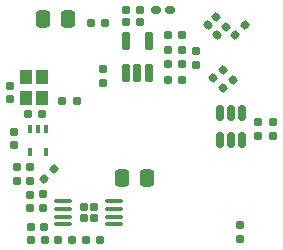
<source format=gbr>
%TF.GenerationSoftware,KiCad,Pcbnew,8.0.0*%
%TF.CreationDate,2024-03-24T11:45:01-04:00*%
%TF.ProjectId,sensor,73656e73-6f72-42e6-9b69-6361645f7063,rev?*%
%TF.SameCoordinates,Original*%
%TF.FileFunction,Paste,Top*%
%TF.FilePolarity,Positive*%
%FSLAX46Y46*%
G04 Gerber Fmt 4.6, Leading zero omitted, Abs format (unit mm)*
G04 Created by KiCad (PCBNEW 8.0.0) date 2024-03-24 11:45:01*
%MOMM*%
%LPD*%
G01*
G04 APERTURE LIST*
G04 Aperture macros list*
%AMRoundRect*
0 Rectangle with rounded corners*
0 $1 Rounding radius*
0 $2 $3 $4 $5 $6 $7 $8 $9 X,Y pos of 4 corners*
0 Add a 4 corners polygon primitive as box body*
4,1,4,$2,$3,$4,$5,$6,$7,$8,$9,$2,$3,0*
0 Add four circle primitives for the rounded corners*
1,1,$1+$1,$2,$3*
1,1,$1+$1,$4,$5*
1,1,$1+$1,$6,$7*
1,1,$1+$1,$8,$9*
0 Add four rect primitives between the rounded corners*
20,1,$1+$1,$2,$3,$4,$5,0*
20,1,$1+$1,$4,$5,$6,$7,0*
20,1,$1+$1,$6,$7,$8,$9,0*
20,1,$1+$1,$8,$9,$2,$3,0*%
G04 Aperture macros list end*
%ADD10RoundRect,0.160000X0.197500X0.160000X-0.197500X0.160000X-0.197500X-0.160000X0.197500X-0.160000X0*%
%ADD11RoundRect,0.160000X0.252791X-0.026517X-0.026517X0.252791X-0.252791X0.026517X0.026517X-0.252791X0*%
%ADD12RoundRect,0.155000X0.155000X-0.212500X0.155000X0.212500X-0.155000X0.212500X-0.155000X-0.212500X0*%
%ADD13R,1.000000X1.150000*%
%ADD14RoundRect,0.160000X-0.197500X-0.160000X0.197500X-0.160000X0.197500X0.160000X-0.197500X0.160000X0*%
%ADD15RoundRect,0.160000X0.026517X0.252791X-0.252791X-0.026517X-0.026517X-0.252791X0.252791X0.026517X0*%
%ADD16RoundRect,0.155000X-0.212500X-0.155000X0.212500X-0.155000X0.212500X0.155000X-0.212500X0.155000X0*%
%ADD17RoundRect,0.160000X0.160000X-0.197500X0.160000X0.197500X-0.160000X0.197500X-0.160000X-0.197500X0*%
%ADD18RoundRect,0.160000X-0.160000X0.197500X-0.160000X-0.197500X0.160000X-0.197500X0.160000X0.197500X0*%
%ADD19RoundRect,0.155000X-0.155000X0.212500X-0.155000X-0.212500X0.155000X-0.212500X0.155000X0.212500X0*%
%ADD20RoundRect,0.150000X-0.150000X0.512500X-0.150000X-0.512500X0.150000X-0.512500X0.150000X0.512500X0*%
%ADD21RoundRect,0.160000X0.222500X0.160000X-0.222500X0.160000X-0.222500X-0.160000X0.222500X-0.160000X0*%
%ADD22RoundRect,0.155000X0.259862X-0.040659X-0.040659X0.259862X-0.259862X0.040659X0.040659X-0.259862X0*%
%ADD23RoundRect,0.170000X-0.170000X-0.210000X0.170000X-0.210000X0.170000X0.210000X-0.170000X0.210000X0*%
%ADD24RoundRect,0.100000X-0.625000X-0.100000X0.625000X-0.100000X0.625000X0.100000X-0.625000X0.100000X0*%
%ADD25RoundRect,0.162500X0.162500X-0.617500X0.162500X0.617500X-0.162500X0.617500X-0.162500X-0.617500X0*%
%ADD26RoundRect,0.250000X0.337500X0.475000X-0.337500X0.475000X-0.337500X-0.475000X0.337500X-0.475000X0*%
%ADD27RoundRect,0.155000X0.212500X0.155000X-0.212500X0.155000X-0.212500X-0.155000X0.212500X-0.155000X0*%
%ADD28RoundRect,0.100000X-0.100000X0.225000X-0.100000X-0.225000X0.100000X-0.225000X0.100000X0.225000X0*%
%ADD29RoundRect,0.160000X-0.252791X0.026517X0.026517X-0.252791X0.252791X-0.026517X-0.026517X0.252791X0*%
G04 APERTURE END LIST*
D10*
%TO.C,R7*%
X93997500Y-66700000D03*
X92802500Y-66700000D03*
%TD*%
D11*
%TO.C,R16*%
X97722496Y-63522496D03*
X96877504Y-62677504D03*
%TD*%
D12*
%TO.C,C5*%
X95202500Y-66735000D03*
X95202500Y-65600000D03*
%TD*%
%TO.C,C6*%
X79800000Y-73535000D03*
X79800000Y-72400000D03*
%TD*%
D13*
%TO.C,X1*%
X80800000Y-67800000D03*
X80800000Y-69550000D03*
X82200000Y-69550000D03*
X82200000Y-67800000D03*
%TD*%
D14*
%TO.C,R17*%
X89305000Y-62100000D03*
X90500000Y-62100000D03*
%TD*%
%TO.C,R18*%
X83905000Y-69800000D03*
X85100000Y-69800000D03*
%TD*%
D15*
%TO.C,R15*%
X99322496Y-63377504D03*
X98477504Y-64222496D03*
%TD*%
D10*
%TO.C,R11*%
X84697500Y-81600000D03*
X83502500Y-81600000D03*
%TD*%
D16*
%TO.C,C1*%
X85932500Y-81600000D03*
X87067500Y-81600000D03*
%TD*%
D17*
%TO.C,R2*%
X82300000Y-78897500D03*
X82300000Y-77702500D03*
%TD*%
D18*
%TO.C,R1*%
X81200000Y-75402500D03*
X81200000Y-76597500D03*
%TD*%
D19*
%TO.C,C2*%
X79500000Y-68532500D03*
X79500000Y-69667500D03*
%TD*%
D20*
%TO.C,U2*%
X99137500Y-70825000D03*
X98187500Y-70825000D03*
X97237500Y-70825000D03*
X97237500Y-73100000D03*
X98187500Y-73100000D03*
X99137500Y-73100000D03*
%TD*%
D17*
%TO.C,R4*%
X98900000Y-81497500D03*
X98900000Y-80302500D03*
%TD*%
D21*
%TO.C,D1*%
X92972500Y-62100000D03*
X91827500Y-62100000D03*
%TD*%
D19*
%TO.C,C4*%
X81200000Y-77765000D03*
X81200000Y-78900000D03*
%TD*%
D16*
%TO.C,C15*%
X89302500Y-63100000D03*
X90437500Y-63100000D03*
%TD*%
D11*
%TO.C,R5*%
X97524996Y-68722496D03*
X96680004Y-67877504D03*
%TD*%
D22*
%TO.C,C16*%
X97000000Y-64200000D03*
X96197434Y-63397434D03*
%TD*%
D12*
%TO.C,C13*%
X101700000Y-72735000D03*
X101700000Y-71600000D03*
%TD*%
%TO.C,C7*%
X100500000Y-72735000D03*
X100500000Y-71600000D03*
%TD*%
D15*
%TO.C,R3*%
X83222496Y-75577504D03*
X82377504Y-76422496D03*
%TD*%
D12*
%TO.C,C3*%
X80100000Y-76567500D03*
X80100000Y-75432500D03*
%TD*%
D10*
%TO.C,R10*%
X94002500Y-68000000D03*
X92807500Y-68000000D03*
%TD*%
D14*
%TO.C,R8*%
X92805000Y-65500000D03*
X94000000Y-65500000D03*
%TD*%
D19*
%TO.C,C14*%
X87300000Y-67132500D03*
X87300000Y-68267500D03*
%TD*%
D23*
%TO.C,U1*%
X85700000Y-78800000D03*
X85700000Y-79740000D03*
X86540000Y-78800000D03*
X86540000Y-79740000D03*
D24*
X83970000Y-78295000D03*
X83970000Y-78945000D03*
X83970000Y-79595000D03*
X83970000Y-80245000D03*
X88270000Y-80245000D03*
X88270000Y-79595000D03*
X88270000Y-78945000D03*
X88270000Y-78295000D03*
%TD*%
D25*
%TO.C,U4*%
X89302500Y-67400000D03*
X90252500Y-67400000D03*
X91202500Y-67400000D03*
X91202500Y-64700000D03*
X89302500Y-64700000D03*
%TD*%
D14*
%TO.C,R13*%
X86305000Y-63200000D03*
X87500000Y-63200000D03*
%TD*%
D26*
%TO.C,C11*%
X84337500Y-62900000D03*
X82262500Y-62900000D03*
%TD*%
D10*
%TO.C,R12*%
X82397500Y-81600000D03*
X81202500Y-81600000D03*
%TD*%
D27*
%TO.C,C10*%
X82367500Y-80500000D03*
X81232500Y-80500000D03*
%TD*%
D28*
%TO.C,U3*%
X82500000Y-72200000D03*
X81850000Y-72200000D03*
X81200000Y-72200000D03*
X81200000Y-74100000D03*
X82500000Y-74100000D03*
%TD*%
D29*
%TO.C,R6*%
X97480004Y-67177504D03*
X98324996Y-68022496D03*
%TD*%
D10*
%TO.C,R14*%
X82195000Y-70900000D03*
X81000000Y-70900000D03*
%TD*%
D14*
%TO.C,R9*%
X92807500Y-64200000D03*
X94002500Y-64200000D03*
%TD*%
D26*
%TO.C,C12*%
X91037500Y-76300000D03*
X88962500Y-76300000D03*
%TD*%
M02*

</source>
